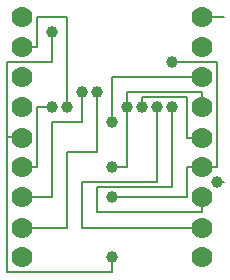
<source format=gbr>
G04 GERBER ASCII OUTPUT FROM: EDWIN 2000 (VER. 1.1 REV. 20011025)*
G04 GERBER FORMAT: RX-274-X*
G04 BOARD: 18_PIN_DIL_ADAPTER*
G04 ARTWORK OF SOLD.LAYER POSITIVE*
%ASAXBY*%
%FSLAX23Y23*%
%MIA0B0*%
%MOIN*%
%OFA0.0000B0.0000*%
%SFA1B1*%
%IJA0B0*%
%INLAYER29POS*%
%IOA0B0*%
%IPPOS*%
%IR0*%
G04 APERTURE MACROS*
%AMEDWDONUT*
1,1,$1,$2,$3*
1,0,$4,$2,$3*
%
%AMEDWFRECT*
2,1,$1,$2,$3,$4,$5,$6*
%
%AMEDWORECT*
2,1,$1,$2,$3,$4,$5,$10*
2,1,$1,$4,$5,$6,$7,$10*
2,1,$1,$6,$7,$8,$9,$10*
2,1,$1,$8,$9,$2,$3,$10*
1,1,$1,$2,$3*
1,1,$1,$4,$5*
1,1,$1,$6,$7*
1,1,$1,$8,$9*
%
%AMEDWLINER*
2,1,$1,$2,$3,$4,$5,$6*
1,1,$1,$2,$3*
1,1,$1,$4,$5*
%
%AMEDWFTRNG*
4,1,3,$1,$2,$3,$4,$5,$6,$7,$8,$9*
%
%AMEDWATRNG*
4,1,3,$1,$2,$3,$4,$5,$6,$7,$8,$9*
2,1,$11,$1,$2,$3,$4,$10*
2,1,$11,$3,$4,$5,$6,$10*
2,1,$11,$5,$6,$7,$8,$10*
1,1,$11,$3,$4*
1,1,$11,$5,$6*
1,1,$11,$7,$8*
%
%AMEDWOTRNG*
2,1,$1,$2,$3,$4,$5,$8*
2,1,$1,$4,$5,$6,$7,$8*
2,1,$1,$6,$7,$2,$3,$8*
1,1,$1,$2,$3*
1,1,$1,$4,$5*
1,1,$1,$6,$7*
%
G04*
G04 APERTURE LIST*
%ADD10R,0.0750X0.0250*%
%ADD11R,0.0990X0.0490*%
%ADD12R,0.0700X0.0200*%
%ADD13R,0.0940X0.0440*%
%ADD14R,0.0900X0.0350*%
%ADD15R,0.1140X0.0590*%
%ADD16R,0.0800X0.0250*%
%ADD17R,0.1040X0.0490*%
%ADD18R,0.0850X0.0250*%
%ADD19R,0.1090X0.0490*%
%ADD20R,0.0750X0.0150*%
%ADD21R,0.0990X0.0390*%
%ADD22C,0.0010*%
%ADD24C,0.0020*%
%ADD25R,0.0020X0.0020*%
%ADD26C,0.0030*%
%ADD27R,0.0030X0.0030*%
%ADD28C,0.0040*%
%ADD29R,0.0040X0.0040*%
%ADD30C,0.0050*%
%ADD31R,0.0050X0.0050*%
%ADD32C,0.00787*%
%ADD33R,0.00787X0.00787*%
%ADD34C,0.0080*%
%ADD36C,0.0090*%
%ADD37R,0.0090X0.0090*%
%ADD38C,0.00984*%
%ADD39R,0.00984X0.00984*%
%ADD40C,0.0120*%
%ADD42C,0.0130*%
%ADD43R,0.0130X0.0130*%
%ADD44C,0.0150*%
%ADD45R,0.0150X0.0150*%
%ADD46C,0.01969*%
%ADD47R,0.01969X0.01969*%
%ADD48C,0.0250*%
%ADD49R,0.0250X0.0250*%
%ADD50C,0.0290*%
%ADD52C,0.0320*%
%ADD54C,0.0350*%
%ADD55R,0.0350X0.0350*%
%ADD56C,0.0360*%
%ADD58C,0.0370*%
%ADD59R,0.0370X0.0370*%
%ADD60C,0.0390*%
%ADD61R,0.0390X0.0390*%
%ADD62C,0.03937*%
%ADD63R,0.03937X0.03937*%
%ADD64C,0.0400*%
%ADD65R,0.0400X0.0400*%
%ADD66C,0.0470*%
%ADD67R,0.0470X0.0470*%
%ADD68C,0.0480*%
%ADD69R,0.0480X0.0480*%
%ADD70C,0.0490*%
%ADD71R,0.0490X0.0490*%
%ADD72C,0.0500*%
%ADD73R,0.0500X0.0500*%
%ADD74C,0.0560*%
%ADD75R,0.0560X0.0560*%
%ADD76C,0.0570*%
%ADD77R,0.0570X0.0570*%
%ADD78C,0.0580*%
%ADD79R,0.0580X0.0580*%
%ADD80C,0.0590*%
%ADD81R,0.0590X0.0590*%
%ADD82C,0.05906*%
%ADD83R,0.05906X0.05906*%
%ADD84C,0.0600*%
%ADD85R,0.0600X0.0600*%
%ADD86C,0.0620*%
%ADD87R,0.0620X0.0620*%
%ADD88C,0.0630*%
%ADD89R,0.0630X0.0630*%
%ADD90C,0.0640*%
%ADD91R,0.0640X0.0640*%
%ADD92C,0.06693*%
%ADD93R,0.06693X0.06693*%
%ADD94C,0.0670*%
%ADD95R,0.0670X0.0670*%
%ADD96C,0.06906*%
%ADD97R,0.06906X0.06906*%
%ADD98C,0.0700*%
%ADD99R,0.0700X0.0700*%
%ADD100C,0.0710*%
%ADD101R,0.0710X0.0710*%
%ADD102C,0.0720*%
%ADD103R,0.0720X0.0720*%
%ADD104C,0.0730*%
%ADD105R,0.0730X0.0730*%
%ADD106C,0.0740*%
%ADD107R,0.0740X0.0740*%
%ADD108C,0.0750*%
%ADD109R,0.0750X0.0750*%
%ADD110C,0.0800*%
%ADD111R,0.0800X0.0800*%
%ADD112C,0.0810*%
%ADD113R,0.0810X0.0810*%
%ADD114C,0.0820*%
%ADD115R,0.0820X0.0820*%
%ADD116C,0.0840*%
%ADD117R,0.0840X0.0840*%
%ADD118C,0.0850*%
%ADD119R,0.0850X0.0850*%
%ADD120C,0.0860*%
%ADD122C,0.0900*%
%ADD123R,0.0900X0.0900*%
%ADD124C,0.0910*%
%ADD125R,0.0910X0.0910*%
%ADD126C,0.0940*%
%ADD127R,0.0940X0.0940*%
%ADD128C,0.0990*%
%ADD129R,0.0990X0.0990*%
%ADD130C,0.1040*%
%ADD131R,0.1040X0.1040*%
%ADD132C,0.1090*%
%ADD133R,0.1090X0.1090*%
%ADD134C,0.1100*%
%ADD137R,0.1140X0.1140*%
%ADD138C,0.2140*%
%ADD139R,0.2140X0.2140*%
%ADD140C,0.3140*%
%ADD141R,0.3140X0.3140*%
%ADD142C,0.4140*%
%ADD143R,0.4140X0.4140*%
%ADD144C,0.5140*%
%ADD145R,0.5140X0.5140*%
%ADD146C,0.6140*%
%ADD147R,0.6140X0.6140*%
%ADD148C,0.7140*%
%ADD149R,0.7140X0.7140*%
%ADD150C,0.8140*%
%ADD151R,0.8140X0.8140*%
%ADD152C,0.9140*%
%ADD153R,0.9140X0.9140*%
%ADD154C,1.0140*%
%ADD155R,1.0140X1.0140*%
%ADD156C,1.1140*%
%ADD157R,1.1140X1.1140*%
%ADD158C,1.2140*%
%ADD159R,1.2140X1.2140*%
%ADD160C,1.3140*%
%ADD161R,1.3140X1.3140*%
%ADD162C,1.4140*%
%ADD163R,1.4140X1.4140*%
%ADD164C,1.5140*%
%ADD165R,1.5140X1.5140*%
%ADD166C,1.6140*%
%ADD167R,1.6140X1.6140*%
%ADD168C,1.7140*%
%ADD169R,1.7140X1.7140*%
%ADD170C,1.8140*%
%ADD171R,1.8140X1.8140*%
%ADD172C,1.9140*%
%ADD173R,1.9140X1.9140*%
G04*
D98* 
X96Y872D02*D03*
X96Y772D02*D03*
X96Y672D02*D03*
X96Y572D02*D03*
X98Y470D02*D03*
X96Y371D02*D03*
X96Y273D02*D03*
X96Y169D02*D03*
X96Y72D02*D03*
X696Y872D02*D03*
X696Y772D02*D03*
X696Y672D02*D03*
X696Y572D02*D03*
X698Y470D02*D03*
X696Y371D02*D03*
X696Y273D02*D03*
X696Y169D02*D03*
X696Y72D02*D03*
D62* 
X746Y322D02*D03*
X396Y522D02*D03*
X396Y372D02*D03*
X446Y572D02*D03*
X496Y572D02*D03*
X596Y722D02*D03*
X396Y272D02*D03*
X596Y572D02*D03*
X546Y572D02*D03*
X346Y622D02*D03*
X296Y622D02*D03*
X196Y572D02*D03*
X196Y822D02*D03*
X396Y72D02*D03*
X246Y572D02*D03*
D34* 
X46Y472D02*
X98Y472D01*
X98Y470D01*
X246Y572D02*
X246Y872D01*
X146Y872D01*
X146Y772D01*
X96Y772D01*
X696Y169D02*
X296Y169D01*
X296Y322D01*
X546Y322D01*
X546Y572D01*
X96Y169D02*
X246Y169D01*
X246Y422D01*
X346Y422D01*
X346Y622D01*
X96Y273D02*
X196Y273D01*
X196Y522D01*
X296Y522D01*
X296Y622D01*
X96Y371D02*
X146Y371D01*
X146Y572D01*
X196Y572D01*
X46Y472D02*
X46Y722D01*
X196Y722D01*
X196Y822D01*
X46Y472D02*
X46Y22D01*
X396Y22D01*
X396Y72D01*
X696Y672D02*
X396Y672D01*
X396Y522D01*
X446Y572D02*
X446Y372D01*
X396Y372D01*
X446Y572D02*
X446Y622D01*
X696Y622D01*
X696Y572D01*
X698Y470D02*
X646Y470D01*
X646Y605D01*
X496Y605D01*
X496Y572D01*
X696Y371D02*
X746Y371D01*
X746Y722D01*
X596Y722D01*
X696Y371D02*
X646Y371D01*
X646Y272D01*
X396Y272D01*
X696Y273D02*
X696Y222D01*
X346Y222D01*
X346Y305D01*
X596Y305D01*
X596Y572D01*
X696Y872D02*
X770Y872D01*
X770Y322D01*
X746Y322D01*
M02*

</source>
